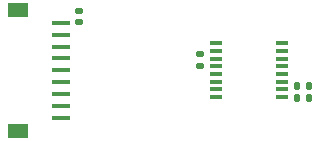
<source format=gbr>
%TF.GenerationSoftware,KiCad,Pcbnew,7.0.9*%
%TF.CreationDate,2024-01-18T20:35:56-05:00*%
%TF.ProjectId,mt6835-nema17,6d743638-3335-42d6-9e65-6d6131372e6b,rev?*%
%TF.SameCoordinates,PX85e0760PY599de50*%
%TF.FileFunction,Paste,Top*%
%TF.FilePolarity,Positive*%
%FSLAX46Y46*%
G04 Gerber Fmt 4.6, Leading zero omitted, Abs format (unit mm)*
G04 Created by KiCad (PCBNEW 7.0.9) date 2024-01-18 20:35:56*
%MOMM*%
%LPD*%
G01*
G04 APERTURE LIST*
G04 Aperture macros list*
%AMRoundRect*
0 Rectangle with rounded corners*
0 $1 Rounding radius*
0 $2 $3 $4 $5 $6 $7 $8 $9 X,Y pos of 4 corners*
0 Add a 4 corners polygon primitive as box body*
4,1,4,$2,$3,$4,$5,$6,$7,$8,$9,$2,$3,0*
0 Add four circle primitives for the rounded corners*
1,1,$1+$1,$2,$3*
1,1,$1+$1,$4,$5*
1,1,$1+$1,$6,$7*
1,1,$1+$1,$8,$9*
0 Add four rect primitives between the rounded corners*
20,1,$1+$1,$2,$3,$4,$5,0*
20,1,$1+$1,$4,$5,$6,$7,0*
20,1,$1+$1,$6,$7,$8,$9,0*
20,1,$1+$1,$8,$9,$2,$3,0*%
G04 Aperture macros list end*
%ADD10RoundRect,0.135000X0.185000X-0.135000X0.185000X0.135000X-0.185000X0.135000X-0.185000X-0.135000X0*%
%ADD11RoundRect,0.140000X0.170000X-0.140000X0.170000X0.140000X-0.170000X0.140000X-0.170000X-0.140000X0*%
%ADD12R,1.050000X0.450000*%
%ADD13R,1.600000X0.400000*%
%ADD14R,1.800000X1.200000*%
%ADD15RoundRect,0.140000X-0.140000X-0.170000X0.140000X-0.170000X0.140000X0.170000X-0.140000X0.170000X0*%
G04 APERTURE END LIST*
D10*
%TO.C,R101*%
X-4170000Y1350000D03*
X-4170000Y330000D03*
%TD*%
D11*
%TO.C,C101*%
X-14370000Y4050000D03*
X-14370000Y5010000D03*
%TD*%
D12*
%TO.C,U101*%
X-2775000Y2275000D03*
X-2775000Y1625000D03*
X-2775000Y975000D03*
X-2775000Y325000D03*
X-2775000Y-325000D03*
X-2775000Y-975000D03*
X-2775000Y-1625000D03*
X-2775000Y-2275000D03*
X2775000Y-2275000D03*
X2775000Y-1625000D03*
X2775000Y-975000D03*
X2775000Y-325000D03*
X2775000Y325000D03*
X2775000Y975000D03*
X2775000Y1625000D03*
X2775000Y2275000D03*
%TD*%
D13*
%TO.C,J101*%
X-15972500Y3990000D03*
X-15972500Y2990000D03*
X-15972500Y1990000D03*
X-15972500Y990000D03*
X-15972500Y-10000D03*
X-15972500Y-1010000D03*
X-15972500Y-2010000D03*
X-15972500Y-3010000D03*
X-15972500Y-4010000D03*
D14*
X-19552500Y-5110000D03*
X-19552500Y5090000D03*
%TD*%
D15*
%TO.C,C103*%
X4070000Y-1340000D03*
X5030000Y-1340000D03*
%TD*%
%TO.C,C102*%
X4080000Y-2350000D03*
X5040000Y-2350000D03*
%TD*%
M02*

</source>
